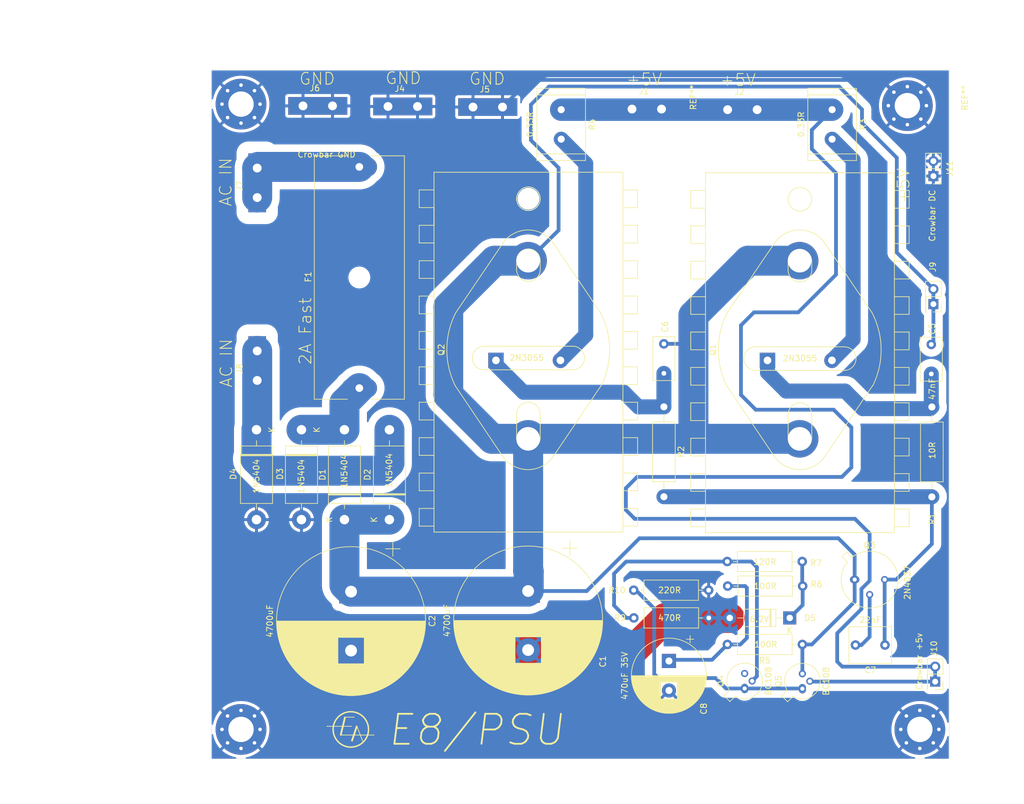
<source format=kicad_pcb>
(kicad_pcb (version 20241229) (generator "pcbnew") (generator_version "9.0")
  (layers (0 "F.Cu" signal) (2 "B.Cu" signal) (13 "F.Paste" user) (15 "B.Paste" user) (5 "F.SilkS" user "F.Silkscreen") (7 "B.SilkS" user "B.Silkscreen") (1 "F.Mask" user) (3 "B.Mask" user) (25 "Edge.Cuts" user))
  (net 0 "")
  (net 1 "Net-(C1-Pad1)")
  (net 2 "Net-(C5-Pad2)")
  (net 3 "Net-(C6-Pad2)")
  (net 4 "Net-(C7-Pad1)")
  (net 5 "Net-(C7-Pad2)")
  (net 6 "Net-(C8-Pad1)")
  (net 7 "Net-(D1-Pad2)")
  (net 8 "Net-(D2-Pad2)")
  (net 9 "Net-(D5-Pad1)")
  (net 10 "+5V")
  (net 11 "Net-(Q1-Pad2)")
  (net 12 "Net-(Q2-Pad2)")
  (net 13 "Net-(Q4-Pad1)")
  (net 14 "Net-(Q4-Pad2)")
  (net 15 "Net-(Q4-Pad3)")
  (net 16 "GND")
  (net 17 "Net-(J7-Pad1)")
  (footprint "Capacitor_THT:CP_Radial_D25.0mm_P10.00mm_SnapIn" (layer "F.Cu") (at 102.4 120.2 -90)
    (property "Reference" "C1" (at 11.96 -12.66 90) (layer "F.SilkS"))
    (property "Value" "4700uF" (at 5 13.75 90) (layer "F.SilkS"))
    (pad "1" thru_hole rect (at 0 0 270) (size 4 4) (drill 2) (layers "*.Cu" "*.Mask") (net 1 "Net-(C1-Pad1)"))
    (pad "2" thru_hole circle (at 10 0 270) (size 4 4) (drill 2) (layers "*.Cu" "*.Mask") (net 16 "GND"))
  )
  (footprint "Capacitor_THT:CP_Radial_D25.0mm_P10.00mm_SnapIn" (layer "F.Cu") (at 72.4 120.3 -90)
    (property "Reference" "C2" (at 5 -13.75 90) (layer "F.SilkS"))
    (property "Value" "4700uF" (at 5 13.75 90) (layer "F.SilkS"))
    (pad "1" thru_hole rect (at 0 0 270) (size 4 4) (drill 2) (layers "*.Cu" "*.Mask") (net 1 "Net-(C1-Pad1)"))
    (pad "2" thru_hole circle (at 10 0 270) (size 4 4) (drill 2) (layers "*.Cu" "*.Mask") (net 16 "GND"))
  )
  (footprint "Capacitor_THT:C_Rect_L7.2mm_W3.5mm_P5.00mm_FKS2_FKP2_MKS2_MKP2" (layer "F.Cu") (at 170.7 78.4 -90)
    (property "Reference" "C5" (at -2.64 -0.16 90) (layer "F.SilkS"))
    (property "Value" "47nF" (at 7.56 -0.16 90) (layer "F.SilkS"))
    (pad "1" thru_hole circle (at 0 0 270) (size 1.6 1.6) (drill 0.8) (layers "*.Cu" "*.Mask") (net 1 "Net-(C1-Pad1)"))
    (pad "2" thru_hole circle (at 5 0 270) (size 1.6 1.6) (drill 0.8) (layers "*.Cu" "*.Mask") (net 2 "Net-(C5-Pad2)"))
  )
  (footprint "Capacitor_THT:C_Rect_L7.2mm_W3.5mm_P5.00mm_FKS2_FKP2_MKS2_MKP2" (layer "F.Cu") (at 125.4 78.3 -90)
    (property "Reference" "C6" (at -2.9 -0.2 90) (layer "F.SilkS"))
    (property "Value" "47nF")
    (pad "1" thru_hole circle (at 0 0 270) (size 1.6 1.6) (drill 0.8) (layers "*.Cu" "*.Mask") (net 1 "Net-(C1-Pad1)"))
    (pad "2" thru_hole circle (at 5 0 270) (size 1.6 1.6) (drill 0.8) (layers "*.Cu" "*.Mask") (net 3 "Net-(C6-Pad2)"))
  )
  (footprint "Capacitor_THT:C_Rect_L7.0mm_W6.0mm_P5.00mm" (layer "F.Cu") (at 162.86 129.36 180)
    (property "Reference" "C7" (at 2.5 -4.25 0) (layer "F.SilkS"))
    (property "Value" "22nF" (at 2.5 4.25 0) (layer "F.SilkS"))
    (pad "1" thru_hole circle (at 0 0 180) (size 1.6 1.6) (drill 0.8) (layers "*.Cu" "*.Mask") (net 4 "Net-(C7-Pad1)"))
    (pad "2" thru_hole circle (at 5 0 180) (size 1.6 1.6) (drill 0.8) (layers "*.Cu" "*.Mask") (net 5 "Net-(C7-Pad2)"))
  )
  (footprint "Capacitor_THT:CP_Radial_D12.5mm_P5.00mm" (layer "F.Cu") (at 126.26 132.06 -90)
    (property "Reference" "C8" (at 8.1 -5.9 90) (layer "F.SilkS"))
    (property "Value" "470uF 35V" (at 2.5 7.5 90) (layer "F.SilkS"))
    (pad "1" thru_hole rect (at 0 0 270) (size 2.4 2.4) (drill 1.2) (layers "*.Cu" "*.Mask") (net 6 "Net-(C8-Pad1)"))
    (pad "2" thru_hole circle (at 5 0 270) (size 2.4 2.4) (drill 1.2) (layers "*.Cu" "*.Mask") (net 16 "GND"))
  )
  (footprint "Diode_THT:D_DO-201AD_P15.24mm_Horizontal" (layer "F.Cu") (at 71.28 108.1 90)
    (property "Reference" "D1" (at 7.62 -3.72 90) (layer "F.SilkS"))
    (property "Value" "1N5404" (at 8.24 -0.02 90) (layer "F.SilkS"))
    (fp_text user "K" (at 0 -2.6 90) (layer "F.SilkS"))
    (pad "1" thru_hole rect (at 0 0 90) (size 3.2 3.2) (drill 1.6) (layers "*.Cu" "*.Mask") (net 1 "Net-(C1-Pad1)"))
    (pad "2" thru_hole oval (at 15.24 0 90) (size 3.2 3.2) (drill 1.6) (layers "*.Cu" "*.Mask") (net 7 "Net-(D1-Pad2)"))
  )
  (footprint "Diode_THT:D_DO-201AD_P15.24mm_Horizontal" (layer "F.Cu") (at 78.9 108.1 90)
    (property "Reference" "D2" (at 7.62 -3.72 90) (layer "F.SilkS"))
    (property "Value" "1N5404" (at 8.34 -0.04 90) (layer "F.SilkS"))
    (fp_text user "K" (at 0 -2.6 90) (layer "F.SilkS"))
    (pad "1" thru_hole rect (at 0 0 90) (size 3.2 3.2) (drill 1.6) (layers "*.Cu" "*.Mask") (net 1 "Net-(C1-Pad1)"))
    (pad "2" thru_hole oval (at 15.24 0 90) (size 3.2 3.2) (drill 1.6) (layers "*.Cu" "*.Mask") (net 8 "Net-(D2-Pad2)"))
  )
  (footprint "Diode_THT:D_DO-201AD_P15.24mm_Horizontal" (layer "F.Cu") (at 64 92.86 -90)
    (property "Reference" "D3" (at 7.5 3.64 90) (layer "F.SilkS"))
    (property "Value" "1N5404" (at 7.9 0.04 90) (layer "F.SilkS"))
    (fp_text user "K" (at 0 -2.6 90) (layer "F.SilkS"))
    (pad "1" thru_hole rect (at 0 0 270) (size 3.2 3.2) (drill 1.6) (layers "*.Cu" "*.Mask") (net 7 "Net-(D1-Pad2)"))
    (pad "2" thru_hole oval (at 15.24 0 270) (size 3.2 3.2) (drill 1.6) (layers "*.Cu" "*.Mask") (net 16 "GND"))
  )
  (footprint "Diode_THT:D_DO-201AD_P15.24mm_Horizontal" (layer "F.Cu") (at 56.38 92.86 -90)
    (property "Reference" "D4" (at 7.5 3.92 90) (layer "F.SilkS"))
    (property "Value" "1N5404" (at 7.9 0.02 90) (layer "F.SilkS"))
    (fp_text user "K" (at 0 -2.6 90) (layer "F.SilkS"))
    (pad "1" thru_hole rect (at 0 0 270) (size 3.2 3.2) (drill 1.6) (layers "*.Cu" "*.Mask") (net 8 "Net-(D2-Pad2)"))
    (pad "2" thru_hole oval (at 15.24 0 270) (size 3.2 3.2) (drill 1.6) (layers "*.Cu" "*.Mask") (net 16 "GND"))
  )
  (footprint "Package_TO_SOT_THT:TO-39-3" (layer "F.Cu") (at 157.72 118.26)
    (property "Reference" "Q3" (at 2.54 -5.82 0) (layer "F.SilkS"))
    (property "Value" "2N4037" (at 8.94 0.5 90) (layer "F.SilkS"))
    (pad "1" thru_hole oval (at 0 0) (size 1.6 1.2) (drill 0.7) (layers "*.Cu" "*.Mask") (net 1 "Net-(C1-Pad1)"))
    (pad "2" thru_hole circle (at 2.54 2.54) (size 1.2 1.2) (drill 0.7) (layers "*.Cu" "*.Mask") (net 5 "Net-(C7-Pad2)"))
    (pad "3" thru_hole circle (at 5.08 0) (size 1.2 1.2) (drill 0.7) (layers "*.Cu" "*.Mask") (net 4 "Net-(C7-Pad1)"))
  )
  (footprint "Package_TO_SOT_THT:TO-18-3" (layer "F.Cu") (at 139.08 136.72 90)
    (property "Reference" "Q4" (at 1.27 -4.02 90) (layer "F.SilkS"))
    (property "Value" "BC108" (at 1.27 4.02 90) (layer "F.SilkS"))
    (pad "1" thru_hole oval (at 0 0 90) (size 1.6 1.2) (drill 0.7) (layers "*.Cu" "*.Mask") (net 13 "Net-(Q4-Pad1)"))
    (pad "2" thru_hole circle (at 1.27 1.27 90) (size 1.2 1.2) (drill 0.7) (layers "*.Cu" "*.Mask") (net 14 "Net-(Q4-Pad2)"))
    (pad "3" thru_hole circle (at 2.54 0 90) (size 1.2 1.2) (drill 0.7) (layers "*.Cu" "*.Mask") (net 15 "Net-(Q4-Pad3)"))
  )
  (footprint "Package_TO_SOT_THT:TO-18-3" (layer "F.Cu") (at 148.86 136.76 90)
    (property "Reference" "Q5" (at 1.27 -4.02 90) (layer "F.SilkS"))
    (property "Value" "BC108" (at 1.27 4.02 90) (layer "F.SilkS"))
    (pad "1" thru_hole oval (at 0 0 90) (size 1.6 1.2) (drill 0.7) (layers "*.Cu" "*.Mask") (net 13 "Net-(Q4-Pad1)"))
    (pad "2" thru_hole circle (at 1.27 1.27 90) (size 1.2 1.2) (drill 0.7) (layers "*.Cu" "*.Mask") (net 10 "+5V"))
    (pad "3" thru_hole circle (at 2.54 0 90) (size 1.2 1.2) (drill 0.7) (layers "*.Cu" "*.Mask") (net 1 "Net-(C1-Pad1)"))
  )
  (footprint "Resistor_THT:R_Axial_DIN0411_L9.9mm_D3.6mm_P15.24mm_Horizontal" (layer "F.Cu") (at 170.8 89 -90)
    (property "Reference" "R1" (at 18.96 -0.06 90) (layer "F.SilkS"))
    (property "Value" "10R" (at 7.36 -0.06 90) (layer "F.SilkS"))
    (pad "1" thru_hole circle (at 0 0 270) (size 2.4 2.4) (drill 1.2) (layers "*.Cu" "*.Mask") (net 2 "Net-(C5-Pad2)"))
    (pad "2" thru_hole oval (at 15.24 0 270) (size 2.4 2.4) (drill 1.2) (layers "*.Cu" "*.Mask") (net 4 "Net-(C7-Pad1)"))
  )
  (footprint "Resistor_THT:R_Axial_DIN0411_L9.9mm_D3.6mm_P15.24mm_Horizontal" (layer "F.Cu") (at 125.4 88.98 -90)
    (property "Reference" "R2" (at 7.62 -2.92 90) (layer "F.SilkS"))
    (property "Value" "10R")
    (pad "1" thru_hole circle (at 0 0 270) (size 2.4 2.4) (drill 1.2) (layers "*.Cu" "*.Mask") (net 3 "Net-(C6-Pad2)"))
    (pad "2" thru_hole oval (at 15.24 0 270) (size 2.4 2.4) (drill 1.2) (layers "*.Cu" "*.Mask") (net 4 "Net-(C7-Pad1)"))
  )
  (footprint "Resistor_THT:R_Radial_Power_L12.0mm_W8.0mm_P5.00mm" (layer "F.Cu") (at 153.9 38.6 -90)
    (property "Reference" "R3" (at 2.5 -5.25 90) (layer "F.SilkS"))
    (property "Value" "0.33R" (at 2.5 5.25 90) (layer "F.SilkS"))
    (pad "1" thru_hole circle (at 0 0 270) (size 2.4 2.4) (drill 1.2) (layers "*.Cu" "*.Mask") (net 10 "+5V"))
    (pad "2" thru_hole circle (at 5 0 270) (size 2.4 2.4) (drill 1.2) (layers "*.Cu" "*.Mask") (net 11 "Net-(Q1-Pad2)"))
  )
  (footprint "Resistor_THT:R_Radial_Power_L12.0mm_W8.0mm_P5.00mm" (layer "F.Cu") (at 108 38.6 -90)
    (property "Reference" "R4" (at 2.5 -5.25 90) (layer "F.SilkS"))
    (property "Value" "0.33R" (at 2.5 5.25 90) (layer "F.SilkS"))
    (pad "1" thru_hole circle (at 0 0 270) (size 2.4 2.4) (drill 1.2) (layers "*.Cu" "*.Mask") (net 10 "+5V"))
    (pad "2" thru_hole circle (at 5 0 270) (size 2.4 2.4) (drill 1.2) (layers "*.Cu" "*.Mask") (net 12 "Net-(Q2-Pad2)"))
  )
  (footprint "Package_TO_SOT_THT:TO-3" (layer "F.Cu") (at 142.95 81.1 90)
    (property "Reference" "Q1" (at 1.8 -9.25 90) (layer "F.SilkS"))
    (property "Value" "2N3055" (at 0.34 5.51 0) (layer "F.SilkS"))
    (pad "1" thru_hole rect (at 0 0 90) (size 2.6 2.6) (drill 1.3) (layers "*.Cu" "*.Mask") (net 2 "Net-(C5-Pad2)"))
    (pad "2" thru_hole circle (at 0 10.92 90) (size 2.6 2.6) (drill 1.3) (layers "*.Cu" "*.Mask") (net 11 "Net-(Q1-Pad2)"))
    (pad "3" thru_hole circle (at -13.3 5.45 90) (size 6.35 6.35) (drill 4) (layers "*.Cu" "*.Mask") (net 1 "Net-(C1-Pad1)"))
    (pad "3" thru_hole circle (at 16.9 5.45 90) (size 6.35 6.35) (drill 4) (layers "*.Cu" "*.Mask") (net 1 "Net-(C1-Pad1)"))
  )
  (footprint "MountingHole:MountingHole_4.3mm_M4_Pad_Via" (layer "F.Cu") (at 53.76 143.66)
    (property "Reference" "H2")
    (property "Value" "MountingHole_Pad")
    (pad "1" thru_hole circle (at -3.225 0) (size 0.9 0.9) (drill 0.6) (layers "*.Cu" "*.Mask") (net 16 "GND"))
    (pad "1" thru_hole circle (at -2.280419 -2.280419) (size 0.9 0.9) (drill 0.6) (layers "*.Cu" "*.Mask") (net 16 "GND"))
    (pad "1" thru_hole circle (at -2.280419 2.280419) (size 0.9 0.9) (drill 0.6) (layers "*.Cu" "*.Mask") (net 16 "GND"))
    (pad "1" thru_hole circle (at 0 -3.225) (size 0.9 0.9) (drill 0.6) (layers "*.Cu" "*.Mask") (net 16 "GND"))
    (pad "1" thru_hole circle (at 0 0) (size 8.6 8.6) (drill 4.3) (layers "*.Cu" "*.Mask") (net 16 "GND"))
    (pad "1" thru_hole circle (at 0 3.225) (size 0.9 0.9) (drill 0.6) (layers "*.Cu" "*.Mask") (net 16 "GND"))
    (pad "1" thru_hole circle (at 2.280419 -2.280419) (size 0.9 0.9) (drill 0.6) (layers "*.Cu" "*.Mask") (net 16 "GND"))
    (pad "1" thru_hole circle (at 2.280419 2.280419) (size 0.9 0.9) (drill 0.6) (layers "*.Cu" "*.Mask") (net 16 "GND"))
    (pad "1" thru_hole circle (at 3.225 0) (size 0.9 0.9) (drill 0.6) (layers "*.Cu" "*.Mask") (net 16 "GND"))
  )
  (footprint "MountingHole:MountingHole_4.3mm_M4_Pad_Via" (layer "F.Cu") (at 53.76 37.66)
    (property "Reference" "H3")
    (property "Value" "MountingHole_Pad")
    (pad "1" thru_hole circle (at -3.225 0) (size 0.9 0.9) (drill 0.6) (layers "*.Cu" "*.Mask") (net 16 "GND"))
    (pad "1" thru_hole circle (at -2.280419 -2.280419) (size 0.9 0.9) (drill 0.6) (layers "*.Cu" "*.Mask") (net 16 "GND"))
    (pad "1" thru_hole circle (at -2.280419 2.280419) (size 0.9 0.9) (drill 0.6) (layers "*.Cu" "*.Mask") (net 16 "GND"))
    (pad "1" thru_hole circle (at 0 -3.225) (size 0.9 0.9) (drill 0.6) (layers "*.Cu" "*.Mask") (net 16 "GND"))
    (pad "1" thru_hole circle (at 0 0) (size 8.6 8.6) (drill 4.3) (layers "*.Cu" "*.Mask") (net 16 "GND"))
    (pad "1" thru_hole circle (at 0 3.225) (size 0.9 0.9) (drill 0.6) (layers "*.Cu" "*.Mask") (net 16 "GND"))
    (pad "1" thru_hole circle (at 2.280419 -2.280419) (size 0.9 0.9) (drill 0.6) (layers "*.Cu" "*.Mask") (net 16 "GND"))
    (pad "1" thru_hole circle (at 2.280419 2.280419) (size 0.9 0.9) (drill 0.6) (layers "*.Cu" "*.Mask") (net 16 "GND"))
    (pad "1" thru_hole circle (at 3.225 0) (size 0.9 0.9) (drill 0.6) (layers "*.Cu" "*.Mask") (net 16 "GND"))
  )
  (footprint "MountingHole:MountingHole_4.3mm_M4_Pad_Via" (layer "F.Cu") (at 166.648 37.916)
    (property "Reference" "H5")
    (property "Value" "MountingHole_Pad")
    (pad "1" thru_hole circle (at -3.225 0) (size 0.9 0.9) (drill 0.6) (layers "*.Cu" "*.Mask") (net 16 "GND"))
    (pad "1" thru_hole circle (at -2.280419 -2.280419) (size 0.9 0.9) (drill 0.6) (layers "*.Cu" "*.Mask") (net 16 "GND"))
    (pad "1" thru_hole circle (at -2.280419 2.280419) (size 0.9 0.9) (drill 0.6) (layers "*.Cu" "*.Mask") (net 16 "GND"))
    (pad "1" thru_hole circle (at 0 -3.225) (size 0.9 0.9) (drill 0.6) (layers "*.Cu" "*.Mask") (net 16 "GND"))
    (pad "1" thru_hole circle (at 0 0) (size 8.6 8.6) (drill 4.3) (layers "*.Cu" "*.Mask") (net 16 "GND"))
    (pad "1" thru_hole circle (at 0 3.225) (size 0.9 0.9) (drill 0.6) (layers "*.Cu" "*.Mask") (net 16 "GND"))
    (pad "1" thru_hole circle (at 2.280419 -2.280419) (size 0.9 0.9) (drill 0.6) (layers "*.Cu" "*.Mask") (net 16 "GND"))
    (pad "1" thru_hole circle (at 2.280419 2.280419) (size 0.9 0.9) (drill 0.6) (layers "*.Cu" "*.Mask") (net 16 "GND"))
    (pad "1" thru_hole circle (at 3.225 0) (size 0.9 0.9) (drill 0.6) (layers "*.Cu" "*.Mask") (net 16 "GND"))
  )
  (footprint "MountingHole:MountingHole_4.3mm_M4_Pad_Via" (layer "F.Cu") (at 168.76 143.66)
    (property "Reference" "H6")
    (property "Value" "MountingHole_Pad")
    (pad "1" thru_hole circle (at -3.225 0) (size 0.9 0.9) (drill 0.6) (layers "*.Cu" "*.Mask") (net 16 "GND"))
    (pad "1" thru_hole circle (at -2.280419 -2.280419) (size 0.9 0.9) (drill 0.6) (layers "*.Cu" "*.Mask") (net 16 "GND"))
    (pad "1" thru_hole circle (at -2.280419 2.280419) (size 0.9 0.9) (drill 0.6) (layers "*.Cu" "*.Mask") (net 16 "GND"))
    (pad "1" thru_hole circle (at 0 -3.225) (size 0.9 0.9) (drill 0.6) (layers "*.Cu" "*.Mask") (net 16 "GND"))
    (pad "1" thru_hole circle (at 0 0) (size 8.6 8.6) (drill 4.3) (layers "*.Cu" "*.Mask") (net 16 "GND"))
    (pad "1" thru_hole circle (at 0 3.225) (size 0.9 0.9) (drill 0.6) (layers "*.Cu" "*.Mask") (net 16 "GND"))
    (pad "1" thru_hole circle (at 2.280419 -2.280419) (size 0.9 0.9) (drill 0.6) (layers "*.Cu" "*.Mask") (net 16 "GND"))
    (pad "1" thru_hole circle (at 2.280419 2.280419) (size 0.9 0.9) (drill 0.6) (layers "*.Cu" "*.Mask") (net 16 "GND"))
    (pad "1" thru_hole circle (at 3.225 0) (size 0.9 0.9) (drill 0.6) (layers "*.Cu" "*.Mask") (net 16 "GND"))
  )
  (footprint "Heatsink:TO-3_Heatsink" (layer "F.Cu") (at 102.45 49.2 -90)
    (property "Reference" "REF**" (at -12.7 -27.94 90) (layer "F.SilkS"))
    (property "Value" "TO-3_Heatsink")
    (pad "" np_thru_hole circle (at 4.5 0 270) (size 3.2 3.2) (drill 3.2) (layers "*.Cu" "*.Mask"))
  )
  (footprint "Heatsink:TO-3_Heatsink" (layer "F.Cu") (at 148.45 49.3 -90)
    (property "Reference" "REF**" (at -12.7 -27.94 90) (layer "F.SilkS"))
    (property "Value" "TO-3_Heatsink")
    (pad "" np_thru_hole circle (at 4.5 0 270) (size 3.2 3.2) (drill 3.2) (layers "*.Cu" "*.Mask"))
  )
  (footprint "Package_TO_SOT_THT:TO-3" (layer "F.Cu") (at 96.95 81.1 90)
    (property "Reference" "Q2" (at 1.8 -9.25 90) (layer "F.SilkS"))
    (property "Value" "2N3055" (at 0.44 5.21 0) (layer "F.SilkS"))
    (pad "1" thru_hole rect (at 0 0 90) (size 2.6 2.6) (drill 1.3) (layers "*.Cu" "*.Mask") (net 3 "Net-(C6-Pad2)"))
    (pad "2" thru_hole circle (at 0 10.92 90) (size 2.6 2.6) (drill 1.3) (layers "*.Cu" "*.Mask") (net 12 "Net-(Q2-Pad2)"))
    (pad "3" thru_hole circle (at -13.3 5.45 90) (size 6.35 6.35) (drill 4) (layers "*.Cu" "*.Mask") (net 1 "Net-(C1-Pad1)"))
    (pad "3" thru_hole circle (at 16.9 5.45 90) (size 6.35 6.35) (drill 4) (layers "*.Cu" "*.Mask") (net 1 "Net-(C1-Pad1)"))
  )
  (footprint "EDUC-8:EA_Symbol" (layer "F.Cu") (at 72.36 143.66)
    (property "Reference" "REF**" (hide yes))
    (property "Value" "EA_Symbol" (hide yes))
  )
  (footprint "dBSound_library:QC_Terminal_PCB_W6.3mm_P5mm_" (layer "F.Cu") (at 125 38.5 180)
    (property "Reference" "J1" (at 3 3 0) (layer "F.SilkS"))
    (property "Value" "Conn_01x01_Male")
    (pad "1" thru_hole rect (at 0 0 180) (size 5 3) (drill 1.5) (layers "*.Cu" "*.Mask") (net 10 "+5V") (clearance 2))
    (pad "1" thru_hole rect (at 5 0 180) (size 5 3) (drill 1.5) (layers "*.Cu" "*.Mask") (net 10 "+5V") (clearance 2))
  )
  (footprint "dBSound_library:QC_Terminal_PCB_W6.3mm_P5mm_" (layer "F.Cu") (at 141.2 38.6 180)
    (property "Reference" "J2" (at 3 3 0) (layer "F.SilkS"))
    (property "Value" "Conn_01x01_Male")
    (pad "1" thru_hole rect (at 0 0 180) (size 5 3) (drill 1.5) (layers "*.Cu" "*.Mask") (net 10 "+5V") (clearance 2))
    (pad "1" thru_hole rect (at 5 0 180) (size 5 3) (drill 1.5) (layers "*.Cu" "*.Mask") (net 10 "+5V") (clearance 2))
  )
  (footprint "dBSound_library:QC_Terminal_PCB_W6.3mm_P5mm_" (layer "F.Cu") (at 83.66 38.06 180)
    (property "Reference" "J4" (at 3 3 0) (layer "F.SilkS"))
    (property "Value" "Conn_01x01_Male")
    (pad "1" thru_hole rect (at 0 0 180) (size 5 3) (drill 1.5) (layers "*.Cu" "*.Mask") (net 16 "GND") (clearance 2))
    (pad "1" thru_hole rect (at 5 0 180) (size 5 3) (drill 1.5) (layers "*.Cu" "*.Mask") (net 16 "GND") (clearance 2))
  )
  (footprint "dBSound_library:QC_Terminal_PCB_W6.3mm_P5mm_" (layer "F.Cu") (at 98.06 38.16 180)
    (property "Reference" "J5" (at 3 3 0) (layer "F.SilkS"))
    (property "Value" "Conn_01x01_Male")
    (pad "1" thru_hole rect (at 0 0 180) (size 5 3) (drill 1.5) (layers "*.Cu" "*.Mask") (net 16 "GND") (clearance 2))
    (pad "1" thru_hole rect (at 5 0 180) (size 5 3) (drill 1.5) (layers "*.Cu" "*.Mask") (net 16 "GND") (clearance 2))
  )
  (footprint "dBSound_library:QC_Terminal_PCB_W6.3mm_P5mm_" (layer "F.Cu") (at 69.26 37.96 180)
    (property "Reference" "J6" (at 3 3 0) (layer "F.SilkS"))
    (property "Value" "Conn_01x01_Male")
    (pad "1" thru_hole rect (at 0 0 180) (size 5 3) (drill 1.5) (layers "*.Cu" "*.Mask") (net 16 "GND") (clearance 2))
    (pad "1" thru_hole rect (at 5 0 180) (size 5 3) (drill 1.5) (layers "*.Cu" "*.Mask") (net 16 "GND") (clearance 2))
  )
  (footprint "dBSound_library:QC_Terminal_PCB_W6.3mm_P5mm_" (layer "F.Cu") (at 56.5 48.5 -90)
    (property "Reference" "J7" (at 3 3 90) (layer "F.SilkS"))
    (property "Value" "Conn_01x01_Male")
    (pad "1" thru_hole rect (at 0 0 270) (size 5 3) (drill 1.5) (layers "*.Cu" "*.Mask") (net 17 "Net-(J7-Pad1)") (clearance 2))
    (pad "1" thru_hole rect (at 5 0 270) (size 5 3) (drill 1.5) (layers "*.Cu" "*.Mask") (net 17 "Net-(J7-Pad1)") (clearance 2))
  )
  (footprint "dBSound_library:QC_Terminal_PCB_W6.3mm_P5mm_" (layer "F.Cu") (at 56.5 79.5 -90)
    (property "Reference" "J8" (at 3 3 90) (layer "F.SilkS"))
    (property "Value" "Conn_01x01_Male")
    (pad "1" thru_hole rect (at 0 0 270) (size 5 3) (drill 1.5) (layers "*.Cu" "*.Mask") (net 8 "Net-(D2-Pad2)") (clearance 2))
    (pad "1" thru_hole rect (at 5 0 270) (size 5 3) (drill 1.5) (layers "*.Cu" "*.Mask") (net 8 "Net-(D2-Pad2)") (clearance 2))
  )
  (footprint "Fuse:Fuseholder_Cylinder-6.3x32mm_Schurter_0031-8002_Horizontal_Open" (layer "F.Cu") (at 73.8 85.8 90)
    (property "Reference" "F1" (at 18.85 -8.65 90) (layer "F.SilkS"))
    (property "Value" "Fuse")
    (pad "" np_thru_hole circle (at 18.75 0 90) (size 3.2 3.2) (drill 3.2) (layers "*.Cu" "*.Mask"))
    (pad "1" thru_hole oval (at 0 0 90) (size 3.25 6) (drill 1.3) (layers "*.Cu" "*.Mask") (net 7 "Net-(D1-Pad2)"))
    (pad "2" thru_hole oval (at 37.5 0 90) (size 3.25 6) (drill 1.3) (layers "*.Cu" "*.Mask") (net 17 "Net-(J7-Pad1)"))
  )
  (footprint "Connector_PinSocket_2.54mm:PinSocket_2x01_P2.54mm_Vertical" (layer "F.Cu") (at 171.06 71.56 -90)
    (property "Reference" "J9" (at -6.3 0.1 90) (layer "F.SilkS"))
    (property "Value" "DC")
    (pad "1" thru_hole rect (at 0 0 270) (size 1.7 1.7) (drill 1) (layers "*.Cu" "*.Mask") (net 1 "Net-(C1-Pad1)"))
    (pad "2" thru_hole circle (at -2.54 0 270) (size 1.7 1.7) (drill 1) (layers "*.Cu" "*.Mask") (net 1 "Net-(C1-Pad1)"))
  )
  (footprint "Connector_PinSocket_2.54mm:PinSocket_2x01_P2.54mm_Vertical" (layer "F.Cu") (at 171.36 135.56 -90)
    (property "Reference" "J10" (at -5.6 0.2 90) (layer "F.SilkS"))
    (property "Value" "+5V")
    (pad "1" thru_hole rect (at 0 0 270) (size 1.7 1.7) (drill 1) (layers "*.Cu" "*.Mask") (net 10 "+5V"))
    (pad "2" thru_hole circle (at -2.54 0 270) (size 1.7 1.7) (drill 1) (layers "*.Cu" "*.Mask") (net 10 "+5V"))
  )
  (footprint "Connector_PinSocket_2.54mm:PinSocket_2x01_P2.54mm_Vertical" (layer "F.Cu") (at 171.06 49.86 -90)
    (property "Reference" "J11" (at -1.27 -2.77 90) (layer "F.SilkS"))
    (property "Value" "GND")
    (pad "1" thru_hole rect (at 0 0 270) (size 1.7 1.7) (drill 1) (layers "*.Cu" "*.Mask") (net 16 "GND"))
    (pad "2" thru_hole circle (at -2.54 0 270) (size 1.7 1.7) (drill 1) (layers "*.Cu" "*.Mask") (net 16 "GND"))
  )
  (footprint "Resistor_THT:R_Axial_DIN0309_L9.0mm_D3.2mm_P12.70mm_Horizontal" (layer "F.Cu") (at 136.135 115.2)
    (property "Reference" "R7" (at 15.025 0.26 0) (layer "F.SilkS"))
    (property "Value" "120R" (at 6.35 0.06 0) (layer "F.SilkS"))
    (pad "1" thru_hole circle (at 0 0) (size 1.6 1.6) (drill 0.8) (layers "*.Cu" "*.Mask") (net 14 "Net-(Q4-Pad2)"))
    (pad "2" thru_hole oval (at 12.7 0) (size 1.6 1.6) (drill 0.8) (layers "*.Cu" "*.Mask") (net 9 "Net-(D5-Pad1)"))
  )
  (footprint "Resistor_THT:R_Axial_DIN0309_L9.0mm_D3.2mm_P12.70mm_Horizontal" (layer "F.Cu") (at 148.86 129.26 180)
    (property "Reference" "R5" (at 6.35 -2.72 0) (layer "F.SilkS"))
    (property "Value" "100R" (at 6.2 0 0) (layer "F.SilkS"))
    (pad "1" thru_hole circle (at 0 0 180) (size 1.6 1.6) (drill 0.8) (layers "*.Cu" "*.Mask") (net 1 "Net-(C1-Pad1)"))
    (pad "2" thru_hole oval (at 12.7 0 180) (size 1.6 1.6) (drill 0.8) (layers "*.Cu" "*.Mask") (net 6 "Net-(C8-Pad1)"))
  )
  (footprint "Diode_THT:D_DO-41_SOD81_P10.16mm_Horizontal" (layer "F.Cu") (at 146.72 124.76 180)
    (property "Reference" "D5" (at -3.44 0 0) (layer "F.SilkS"))
    (property "Value" "6.2V" (at 5.16 -0.2 0) (layer "F.SilkS"))
    (fp_text user "K" (at 0 -2.1 0) (layer "F.SilkS"))
    (pad "1" thru_hole rect (at 0 0 180) (size 2.2 2.2) (drill 1.1) (layers "*.Cu" "*.Mask") (net 9 "Net-(D5-Pad1)"))
    (pad "2" thru_hole oval (at 10.16 0 180) (size 2.2 2.2) (drill 1.1) (layers "*.Cu" "*.Mask") (net 16 "GND"))
  )
  (footprint "Resistor_THT:R_Axial_DIN0309_L9.0mm_D3.2mm_P12.70mm_Horizontal" (layer "F.Cu") (at 120.285 120.06)
    (property "Reference" "R10" (at -2.825 0 0) (layer "F.SilkS"))
    (property "Value" "220R" (at 6.075 0 0) (layer "F.SilkS"))
    (pad "1" thru_hole circle (at 0 0) (size 1.6 1.6) (drill 0.8) (layers "*.Cu" "*.Mask") (net 13 "Net-(Q4-Pad1)"))
    (pad "2" thru_hole oval (at 12.7 0) (size 1.6 1.6) (drill 0.8) (layers "*.Cu" "*.Mask") (net 16 "GND"))
  )
  (footprint "Resistor_THT:R_Axial_DIN0309_L9.0mm_D3.2mm_P12.70mm_Horizontal" (layer "F.Cu") (at 148.91 119.36 180)
    (property "Reference" "R6" (at -2.35 0.3 0) (layer "F.SilkS"))
    (property "Value" "100R" (at 6.35 0 0) (layer "F.SilkS"))
    (pad "1" thru_hole circle (at 0 0 180) (size 1.6 1.6) (drill 0.8) (layers "*.Cu" "*.Mask") (net 9 "Net-(D5-Pad1)"))
    (pad "2" thru_hole oval (at 12.7 0 180) (size 1.6 1.6) (drill 0.8) (layers "*.Cu" "*.Mask") (net 6 "Net-(C8-Pad1)"))
  )
  (footprint "Resistor_THT:R_Axial_DIN0309_L9.0mm_D3.2mm_P12.70mm_Horizontal" (layer "F.Cu") (at 120.31 124.76)
    (property "Reference" "R9" (at -2.35 0 0) (layer "F.SilkS"))
    (property "Value" "470R" (at 6.05 0 0) (layer "F.SilkS"))
    (pad "1" thru_hole circle (at 0 0) (size 1.6 1.6) (drill 0.8) (layers "*.Cu" "*.Mask") (net 14 "Net-(Q4-Pad2)"))
    (pad "2" thru_hole oval (at 12.7 0) (size 1.6 1.6) (drill 0.8) (layers "*.Cu" "*.Mask") (net 16 "GND"))
  )
  (gr_line (start 48.76 148.66) (end 48.76 31.82) (stroke (width 0.05)) (layer "Edge.Cuts"))
  (gr_line (start 173.76 148.66) (end 48.76 148.66) (stroke (width 0.05)) (layer "Edge.Cuts"))
  (gr_line (start 48.76 31.82) (end 173.76 31.82) (stroke (width 0.05)) (layer "Edge.Cuts"))
  (gr_line (start 173.76 31.82) (end 173.76 148.66) (stroke (width 0.05)) (layer "Edge.Cuts"))
  (gr_text "GND" (at 81.26 33.26 0) (layer "F.SilkS") (effects (font (size 2 2))))
  (gr_text "Crowbar +5v" (at 168.66 132.16 90) (layer "F.SilkS") (effects (font (size 1 1))))
  (gr_text "+5V" (at 166 51.55 90) (layer "F.SilkS") (effects (font (size 2 2))))
  (gr_text "+5V" (at 122.06 33.46 0) (layer "F.SilkS") (effects (font (size 2 2))))
  (gr_text "GND" (at 66.66 33.36 0) (layer "F.SilkS") (effects (font (size 2 2))))
  (gr_text "2A Fast" (at 64.66 76.16 90) (layer "F.SilkS") (effects (font (size 2 2))))
  (gr_text "GND" (at 95.46 33.36 0) (layer "F.SilkS") (effects (font (size 2 2))))
  (gr_text "AC IN" (at 51.16 50.86 90) (layer "F.SilkS") (effects (font (size 2 2))))
  (gr_text "E8/PSU" (at 93.56 143.76 0) (layer "F.SilkS") (effects (font (size 5.08 5.08) (thickness 0.3) (italic yes))))
  (gr_text "AC IN" (at 51.26 81.56 90) (layer "F.SilkS") (effects (font (size 2 2))))
  (gr_text "+5V" (at 137.96 33.56 0) (layer "F.SilkS") (effects (font (size 2 2))))
  (gr_text "Crowbar GND" (at 68.25 46.2 0) (layer "F.SilkS") (effects (font (size 1 1))))
  (gr_text "Crowbar DC" (at 170.86 56.56 90) (layer "F.SilkS") (effects (font (size 1 1))))
  (segment (start 171.06 71.56) (end 171.06 78.04) (width 0.635) (layer "B.Cu") (net 1))
  (segment (start 157.72 122) (end 157.72 118.26) (width 0.635) (layer "B.Cu") (net 1))
  (segment (start 130.4 80.1) (end 130.4 94.4) (width 5.08) (layer "B.Cu") (net 1))
  (segment (start 171.06 78.04) (end 170.7 78.4) (width 0.635) (layer "B.Cu") (net 1))
  (segment (start 157.72 118.26) (end 157.72 114.02) (width 0.635) (layer "B.Cu") (net 1))
  (segment (start 96.3 94.4) (end 88.86 86.96) (width 5.08) (layer "B.Cu") (net 1))
  (segment (start 101.97 94.83) (end 102.4 94.4) (width 5.08) (layer "B.Cu") (net 1))
  (segment (start 148.4 94.4) (end 130.4 94.4) (width 5.08) (layer "B.Cu") (net 1))
  (segment (start 88.86 86.96) (end 88.86 72.06) (width 5.08) (layer "B.Cu") (net 1))
  (segment (start 88.86 72.06) (end 96.72 64.2) (width 5.08) (layer "B.Cu") (net 1))
  (segment (start 148.86 129.26) (end 150.46 129.26) (width 0.635) (layer "B.Cu") (net 1))
  (segment (start 102.877011 37.742989) (end 102.877011 43.777011) (width 0.635) (layer "B.Cu") (net 1))
  (segment (start 171.06 71.56) (end 171.06 69.02) (width 0.635) (layer "B.Cu") (net 1))
  (segment (start 164.86 62.82) (end 164.86 46.76) (width 0.635) (layer "B.Cu") (net 1))
  (segment (start 130.4 73.5) (end 130.4 80.1) (width 5.08) (layer "B.Cu") (net 1))
  (segment (start 148.4 64.2) (end 139.7 64.2) (width 5.08) (layer "B.Cu") (net 1))
  (segment (start 158.96 40.86) (end 158.96 38.56) (width 0.635) (layer "B.Cu") (net 1))
  (segment (start 155.082989 34.682989) (end 105.937011 34.682989) (width 0.635) (layer "B.Cu") (net 1))
  (segment (start 78.9 108.1) (end 71.28 108.1) (width 5.08) (layer "B.Cu") (net 1))
  (segment (start 139.7 64.2) (end 130.4 73.5) (width 5.08) (layer "B.Cu") (net 1))
  (segment (start 107.56 48.46) (end 107.56 59.04) (width 0.635) (layer "B.Cu") (net 1))
  (segment (start 71.28 119.18) (end 72.4 120.3) (width 5.08) (layer "B.Cu") (net 1))
  (segment (start 102.5 120.1) (end 102.4 120.2) (width 5.08) (layer "B.Cu") (net 1))
  (segment (start 107.56 59.04) (end 102.4 64.2) (width 0.635) (layer "B.Cu") (net 1))
  (segment (start 128.6 78.3) (end 130.4 80.1) (width 0.635) (layer "B.Cu") (net 1))
  (segment (start 72.4 120.3) (end 102.3 120.3) (width 5.08) (layer "B.Cu") (net 1))
  (segment (start 102.877011 43.777011) (end 107.56 48.46) (width 0.635) (layer "B.Cu") (net 1))
  (segment (start 102.3 120.3) (end 102.4 120.2) (width 5.08) (layer "B.Cu") (net 1))
  (segment (start 105.937011 34.682989) (end 102.877011 37.742989) (width 0.635) (layer "B.Cu") (net 1))
  (segment (start 112.32 120.2) (end 102.4 120.2) (width 0.635) (layer "B.Cu") (net 1))
  (segment (start 102.4 94.4) (end 102.4 116.8) (width 5.08) (layer "B.Cu") (net 1))
  (segment (start 130.4 94.4) (end 102.4 94.4) (width 5.08) (layer "B.Cu") (net 1))
  (segment (start 71.28 108.1) (end 71.28 119.18) (width 5.08) (layer "B.Cu") (net 1))
  (segment (start 96.72 64.2) (end 102.4 64.2) (width 5.08) (layer "B.Cu") (net 1))
  (segment (start 102.4 116.8) (end 102.5 116.9) (width 5.08) (layer "B.Cu") (net 1))
  (segment (start 158.96 38.56) (end 155.082989 34.682989) (width 0.635) (layer "B.Cu") (net 1))
  (segment (start 150.46 129.26) (end 157.72 122) (width 0.635) (layer "B.Cu") (net 1))
  (segment (start 102.4 94.4) (end 96.3 94.4) (width 5.08) (layer "B.Cu") (net 1))
  (segment (start 171.06 69.02) (end 164.86 62.82) (width 0.635) (layer "B.Cu") (net 1))
  (segment (start 157.72 114.02) (end 154.96 111.26) (width 0.635) (layer "B.Cu") (net 1))
  (segment (start 121.26 111.26) (end 112.32 120.2) (width 0.635) (layer "B.Cu") (net 1))
  (segment (start 164.86 46.76) (end 158.96 40.86) (width 0.635) (layer "B.Cu") (net 1))
  (segment (start 125.4 78.3) (end 128.6 78.3) (width 0.635) (layer "B.Cu") (net 1))
  (segment (start 102.5 116.9) (end 102.5 120.1) (width 5.08) (layer "B.Cu") (net 1))
  (segment (start 154.96 111.26) (end 121.26 111.26) (width 0.635) (layer "B.Cu") (net 1))
  (segment (start 148.86 134.22) (end 148.86 129.26) (width 0.635) (layer "B.Cu") (net 1))
  (segment (start 170.52 89.28) (end 159.08 89.28) (width 2.54) (layer "B.Cu") (net 2))
  (segment (start 142.95 83.15) (end 142.95 81.1) (width 2.54) (layer "B.Cu") (net 2))
  (segment (start 159.08 89.28) (end 156.1 86.3) (width 2.54) (layer "B.Cu") (net 2))
  (segment (start 170.8 89) (end 170.52 89.28) (width 2.54) (layer "B.Cu") (net 2))
  (segment (start 156.1 86.3) (end 146.1 86.3) (width 2.54) (layer "B.Cu") (net 2))
  (segment (start 170.7 88.9) (end 170.8 89) (width 2.54) (layer "B.Cu") (net 2))
  (segment (start 146.1 86.3) (end 142.95 83.15) (width 2.54) (layer "B.Cu") (net 2))
  (segment (start 170.7 83.4) (end 170.7 88.9) (width 2.54) (layer "B.Cu") (net 2))
  (segment (start 121.18 88.98) (end 125.4 88.98) (width 2.54) (layer "B.Cu") (net 3))
  (segment (start 125.4 83.3) (end 125.4 88.98) (width 2.54) (layer "B.Cu") (net 3))
  (segment (start 96.95 81.1) (end 96.95 81.85) (width 2.54) (layer "B.Cu") (net 3))
  (segment (start 101.6 86.5) (end 118.6 86.5) (width 2.54) (layer "B.Cu") (net 3))
  (segment (start 96.95 81.85) (end 101.6 86.5) (width 2.54) (layer "B.Cu") (net 3))
  (segment (start 118.6 86.5) (end 121.1 89) (width 2.54) (layer "B.Cu") (net 3))
  (segment (start 170.78 104.22) (end 170.8 104.24) (width 2.54) (layer "B.Cu") (net 4))
  (segment (start 162.8 118.26) (end 162.8 129.3) (width 0.635) (layer "B.Cu") (net 4))
  (segment (start 164.76 118.26) (end 170.8 112.22) (width 0.635) (layer "B.Cu") (net 4))
  (segment (start 162.8 118.26) (end 164.76 118.26) (width 0.635) (layer "B.Cu") (net 4))
  (segment (start 125.4 104.22) (end 170.78 104.22) (width 2.54) (layer "B.Cu") (net 4))
  (segment (start 162.8 129.3) (end 162.86 129.36) (width 0.635) (layer "B.Cu") (net 4))
  (segment (start 170.8 112.22) (end 170.8 104.24) (width 0.635) (layer "B.Cu") (net 4))
  (segment (start 160.26 127.96) (end 158.86 129.36) (width 0.635) (layer "B.Cu") (net 5))
  (segment (start 158.86 129.36) (end 157.86 129.36) (width 0.635) (layer "B.Cu") (net 5))
  (segment (start 160.26 120.8) (end 160.26 127.96) (width 0.635) (layer "B.Cu") (net 5))
  (segment (start 139.16 119.36) (end 139.46 119.66) (width 0.635) (layer "B.Cu") (net 6))
  (segment (start 138.36 129.26) (end 136.16 129.26) (width 0.635) (layer "B.Cu") (net 6))
  (segment (start 126.46 131.86) (end 133.56 131.86) (width 0.635) (layer "B.Cu") (net 6))
  (segment (start 136.21 119.36) (end 139.16 119.36) (width 0.635) (layer "B.Cu") (net 6))
  (segment (start 139.46 119.66) (end 139.46 128.16) (width 0.635) (layer "B.Cu") (net 6))
  (segment (start 133.56 131.86) (end 136.16 129.26) (width 0.635) (layer "B.Cu") (net 6))
  (segment (start 139.46 128.16) (end 138.36 129.26) (width 0.635) (layer "B.Cu") (net 6))
  (segment (start 64 92.86) (end 71.28 92.86) (width 5.08) (layer "B.Cu") (net 7))
  (segment (start 71.28 92.86) (end 71.28 88.32) (width 5.08) (layer "B.Cu") (net 7))
  (segment (start 71.28 88.32) (end 73.8 85.8) (width 5.08) (layer "B.Cu") (net 7))
  (segment (start 56.5 79.5) (end 56.5 92.74) (width 5.08) (layer "B.Cu") (net 8))
  (segment (start 77.6 99.8) (end 78.9 98.5) (width 5.08) (layer "B.Cu") (net 8))
  (segment (start 78.9 98.5) (end 78.9 92.86) (width 5.08) (layer "B.Cu") (net 8))
  (segment (start 58.2 99.8) (end 77.6 99.8) (width 5.08) (layer "B.Cu") (net 8))
  (segment (start 56.2 97.8) (end 58.2 99.8) (width 5.08) (layer "B.Cu") (net 8))
  (segment (start 56.5 92.74) (end 56.38 92.86) (width 5.08) (layer "B.Cu") (net 8))
  (segment (start 56.38 92.86) (end 56.38 97.62) (width 5.08) (layer "B.Cu") (net 8))
  (segment (start 56.38 97.62) (end 56.2 97.8) (width 5.08) (layer "B.Cu") (net 8))
  (segment (start 148.91 119.36) (end 148.91 122.57) (width 0.635) (layer "B.Cu") (net 9))
  (segment (start 148.835 119.285) (end 148.91 119.36) (width 0.635) (layer "B.Cu") (net 9))
  (segment (start 148.835 115.2) (end 148.835 119.285) (width 0.635) (layer "B.Cu") (net 9))
  (segment (start 148.91 122.57) (end 146.72 124.76) (width 0.635) (layer "B.Cu") (net 9))
  (segment (start 157.16 99.26) (end 157.16 92.46) (width 0.635) (layer "B.Cu") (net 10))
  (segment (start 154.56 66.56) (end 154.56 49.36) (width 0.635) (layer "B.Cu") (net 10))
  (segment (start 120.86 100.86) (end 155.56 100.86) (width 0.635) (layer "B.Cu") (net 10))
  (segment (start 140.66 72.96) (end 148.16 72.96) (width 0.635) (layer "B.Cu") (net 10))
  (segment (start 150.46 45.26) (end 150.46 42.04) (width 0.635) (layer "B.Cu") (net 10))
  (segment (start 150.2 135.56) (end 150.13 135.49) (width 0.635) (layer "B.Cu") (net 10))
  (segment (start 148.16 72.96) (end 154.56 66.56) (width 0.635) (layer "B.Cu") (net 10))
  (segment (start 150.46 42.04) (end 153.9 38.6) (width 0.635) (layer "B.Cu") (net 10))
  (segment (start 120.46 107.96) (end 118.96 106.46) (width 0.635) (layer "B.Cu") (net 10))
  (segment (start 171.36 133.02) (end 155.62 133.02) (width 0.635) (layer "B.Cu") (net 10))
  (segment (start 171.36 135.56) (end 171.36 133.02) (width 0.635) (layer "B.Cu") (net 10))
  (segment (start 154.76 127.36) (end 158.86 123.26) (width 0.635) (layer "B.Cu") (net 10))
  (segment (start 157.16 92.46) (end 154.16 89.46) (width 0.635) (layer "B.Cu") (net 10))
  (segment (start 118.96 102.76) (end 120.86 100.86) (width 0.635) (layer "B.Cu") (net 10))
  (segment (start 171.36 135.56) (end 150.2 135.56) (width 0.635) (layer "B.Cu") (net 10))
  (segment (start 155.56 100.86) (end 157.16 99.26) (width 0.635) (layer "B.Cu") (net 10))
  (segment (start 138.46 86.96) (end 138.46 75.16) (width 0.635) (layer "B.Cu") (net 10))
  (segment (start 118.96 106.46) (end 118.96 102.76) (width 0.635) (layer "B.Cu") (net 10))
  (segment (start 154.76 132.16) (end 154.76 127.36) (width 0.635) (layer "B.Cu") (net 10))
  (segment (start 154.56 49.36) (end 150.46 45.26) (width 0.635) (layer "B.Cu") (net 10))
  (segment (start 157.76 107.96) (end 120.46 107.96) (width 0.635) (layer "B.Cu") (net 10))
  (segment (start 160.26 118.46) (end 160.26 110.46) (width 0.635) (layer "B.Cu") (net 10))
  (segment (start 155.62 133.02) (end 154.76 132.16) (width 0.635) (layer "B.Cu") (net 10))
  (segment (start 160.26 110.46) (end 157.76 107.96) (width 0.635) (layer "B.Cu") (net 10))
  (segment (start 138.46 75.16) (end 140.66 72.96) (width 0.635) (layer "B.Cu") (net 10))
  (segment (start 158.86 119.86) (end 160.26 118.46) (width 0.635) (layer "B.Cu") (net 10))
  (segment (start 108 38.6) (end 153.9 38.6) (width 3.81) (layer "B.Cu") (net 10))
  (segment (start 158.86 123.26) (end 158.86 119.86) (width 0.635) (layer "B.Cu") (net 10))
  (segment (start 140.96 89.46) (end 138.46 86.96) (width 0.635) (layer "B.Cu") (net 10))
  (segment (start 154.16 89.46) (end 140.96 89.46) (width 0.635) (layer "B.Cu") (net 10))
  (segment (start 157.46 77.51) (end 157.46 47.16) (width 2.54) (layer "B.Cu") (net 11))
  (segment (start 157.46 47.16) (end 153.9 43.6) (width 2.54) (layer "B.Cu") (net 11))
  (segment (start 153.87 81.1) (end 157.46 77.51) (width 2.54) (layer "B.Cu") (net 11))
  (segment (start 108 43.6) (end 112.16 47.76) (width 2.54) (layer "B.Cu") (net 12))
  (segment (start 112.16 47.76) (end 112.16 76.81) (width 2.54) (layer "B.Cu") (net 12))
  (segment (start 112.16 76.81) (end 107.87 81.1) (width 2.54) (layer "B.Cu") (net 12))
  (segment (start 148.82 136.72) (end 148.86 136.76) (width 0.635) (layer "B.Cu") (net 13))
  (segment (start 135.92 136.72) (end 139.08 136.72) (width 0.635) (layer "B.Cu") (net 13))
  (segment (start 134.16 134.96) (end 135.92 136.72) (width 0.635) (layer "B.Cu") (net 13))
  (segment (start 123.76 134.26) (end 124.46 134.96) (width 0.635) (layer "B.Cu") (net 13))
  (segment (start 123.76 123.16) (end 123.76 134.26) (width 0.635) (layer "B.Cu") (net 13))
  (segment (start 124.46 134.96) (end 134.16 134.96) (width 0.635) (layer "B.Cu") (net 13))
  (segment (start 120.66 120.06) (end 123.76 123.16) (width 0.635) (layer "B.Cu") (net 13))
  (segment (start 139.08 136.72) (end 148.82 136.72) (width 0.635) (layer "B.Cu") (net 13))
  (segment (start 120.285 120.06) (end 120.66 120.06) (width 0.635) (layer "B.Cu") (net 13))
  (segment (start 136.135 115.2) (end 140.2 115.2) (width 0.635) (layer "B.Cu") (net 14))
  (segment (start 141.16 116.16) (end 141.16 134.64) (width 0.635) (layer "B.Cu") (net 14))
  (segment (start 120.31 124.76) (end 119.06 124.76) (width 0.635) (layer "B.Cu") (net 14))
  (segment (start 119.06 124.76) (end 116.96 122.66) (width 0.635) (layer "B.Cu") (net 14))
  (segment (start 116.96 117.26) (end 119.02 115.2) (width 0.635) (layer "B.Cu") (net 14))
  (segment (start 140.2 115.2) (end 141.16 116.16) (width 0.635) (layer "B.Cu") (net 14))
  (segment (start 119.02 115.2) (end 136.135 115.2) (width 0.635) (layer "B.Cu") (net 14))
  (segment (start 116.96 122.66) (end 116.96 117.26) (width 0.635) (layer "B.Cu") (net 14))
  (segment (start 141.16 134.64) (end 140.35 135.45) (width 0.635) (layer "B.Cu") (net 14))
  (segment (start 120.238 130.2) (end 125.678 124.76) (width 5.08) (layer "F.Cu") (net 16))
  (segment (start 102.4 130.2) (end 120.238 130.2) (width 5.08) (layer "F.Cu") (net 16))
  (segment (start 125.678 124.76) (end 136.56 124.76) (width 5.08) (layer "F.Cu") (net 16))
  (segment (start 69.5 130.3) (end 72.4 130.3) (width 5.08) (layer "B.Cu") (net 16))
  (segment (start 102.66 33.56) (end 162.292 33.56) (width 0.635) (layer "B.Cu") (net 16))
  (segment (start 98.06 38.16) (end 102.66 33.56) (width 0.635) (layer "B.Cu") (net 16))
  (segment (start 133.01 124.76) (end 136.56 124.76) (width 0.635) (layer "B.Cu") (net 16))
  (segment (start 132.985 124.735) (end 133.01 124.76) (width 0.635) (layer "B.Cu") (net 16))
  (segment (start 162.292 33.56) (end 166.648 37.916) (width 0.635) (layer "B.Cu") (net 16))
  (segment (start 73.8 48.3) (end 56.7 48.3) (width 5.08) (layer "B.Cu") (net 17))
  (segment (start 56.7 48.3) (end 56.5 48.5) (width 5.08) (layer "B.Cu") (net 17))
  (segment (start 56.5 53.5) (end 56.5 48.5) (width 5.08) (layer "B.Cu") (net 17))
  (zone (net 16) (net_name "GND") (layer "B.Cu") (connect_pads (clearance 1.27)) (min_thickness 0.254) (fill yes (thermal_gap 0.508) (thermal_bridge_width 0.508))
    (polygon (pts (xy 173.66 148.66) (xy 48.76 148.66) (xy 48.76 31.96) (xy 173.66 31.96)))
  )
)
</source>
